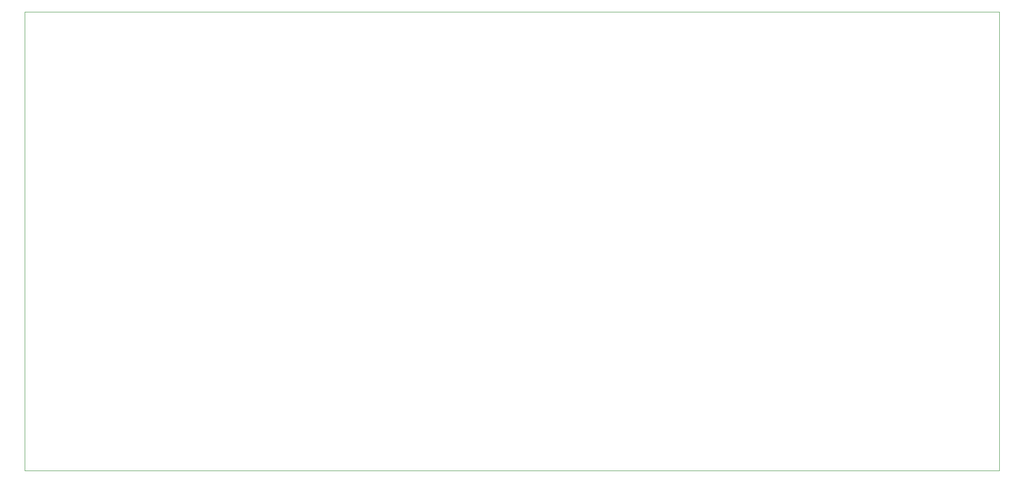
<source format=gbr>
%TF.GenerationSoftware,KiCad,Pcbnew,8.0.1*%
%TF.CreationDate,2024-04-17T00:29:27+02:00*%
%TF.ProjectId,Solaranlage,536f6c61-7261-46e6-9c61-67652e6b6963,rev?*%
%TF.SameCoordinates,Original*%
%TF.FileFunction,Profile,NP*%
%FSLAX46Y46*%
G04 Gerber Fmt 4.6, Leading zero omitted, Abs format (unit mm)*
G04 Created by KiCad (PCBNEW 8.0.1) date 2024-04-17 00:29:27*
%MOMM*%
%LPD*%
G01*
G04 APERTURE LIST*
%TA.AperFunction,Profile*%
%ADD10C,0.050000*%
%TD*%
G04 APERTURE END LIST*
D10*
X48778000Y-140208000D02*
X48778000Y-55208000D01*
X229088000Y-55208000D02*
X229088000Y-140208000D01*
X48778000Y-55208000D02*
X229088000Y-55208000D01*
X229088000Y-140208000D02*
X48778000Y-140208000D01*
M02*

</source>
